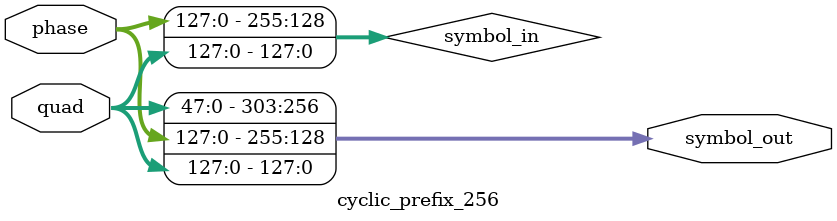
<source format=v>
module cyclic_prefix_256(
    input  wire [127:0] phase,      // 128-bit In-phase input
    input  wire [127:0] quad,       // 128-bit Quadrature input
    output wire [303:0] symbol_out  // 304-bit output
);
    // Concatenate the two 128-bit inputs into a 256-bit word.
    // We assume the ordering: phase forms the MSB and quad forms the LSB.
    wire [255:0] symbol_in = {phase, quad};
    
    // Copy the last 48 bits (i.e. the least-significant 48 bits) from symbol_in
    // and prepend them to symbol_in. This yields a final width of 48+256 = 304 bits.
    assign symbol_out = { symbol_in[47:0], symbol_in };
endmodule


</source>
